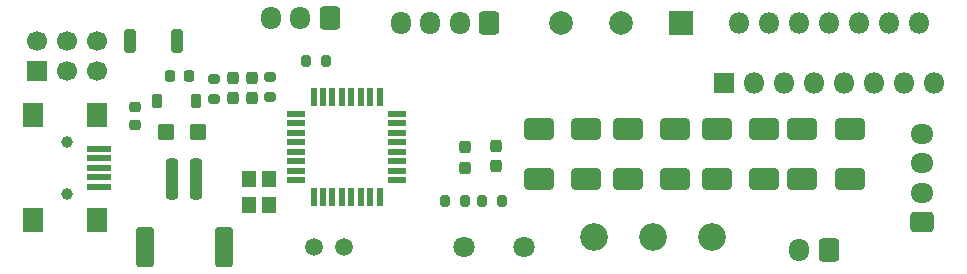
<source format=gbr>
%TF.GenerationSoftware,KiCad,Pcbnew,9.0.1*%
%TF.CreationDate,2025-06-20T00:57:14+09:00*%
%TF.ProjectId,NanoV3.3,4e616e6f-5633-42e3-932e-6b696361645f,rev?*%
%TF.SameCoordinates,Original*%
%TF.FileFunction,Soldermask,Top*%
%TF.FilePolarity,Negative*%
%FSLAX46Y46*%
G04 Gerber Fmt 4.6, Leading zero omitted, Abs format (unit mm)*
G04 Created by KiCad (PCBNEW 9.0.1) date 2025-06-20 00:57:14*
%MOMM*%
%LPD*%
G01*
G04 APERTURE LIST*
G04 Aperture macros list*
%AMRoundRect*
0 Rectangle with rounded corners*
0 $1 Rounding radius*
0 $2 $3 $4 $5 $6 $7 $8 $9 X,Y pos of 4 corners*
0 Add a 4 corners polygon primitive as box body*
4,1,4,$2,$3,$4,$5,$6,$7,$8,$9,$2,$3,0*
0 Add four circle primitives for the rounded corners*
1,1,$1+$1,$2,$3*
1,1,$1+$1,$4,$5*
1,1,$1+$1,$6,$7*
1,1,$1+$1,$8,$9*
0 Add four rect primitives between the rounded corners*
20,1,$1+$1,$2,$3,$4,$5,0*
20,1,$1+$1,$4,$5,$6,$7,0*
20,1,$1+$1,$6,$7,$8,$9,0*
20,1,$1+$1,$8,$9,$2,$3,0*%
G04 Aperture macros list end*
%ADD10R,1.200000X1.400000*%
%ADD11RoundRect,0.152400X0.355600X0.838200X-0.355600X0.838200X-0.355600X-0.838200X0.355600X-0.838200X0*%
%ADD12RoundRect,0.237500X-0.237500X0.287500X-0.237500X-0.287500X0.237500X-0.287500X0.237500X0.287500X0*%
%ADD13RoundRect,0.250000X1.000000X0.650000X-1.000000X0.650000X-1.000000X-0.650000X1.000000X-0.650000X0*%
%ADD14RoundRect,0.200000X-0.275000X0.200000X-0.275000X-0.200000X0.275000X-0.200000X0.275000X0.200000X0*%
%ADD15R,1.700000X1.700000*%
%ADD16C,1.700000*%
%ADD17R,2.000000X2.000000*%
%ADD18C,2.000000*%
%ADD19RoundRect,0.200000X-0.200000X-0.275000X0.200000X-0.275000X0.200000X0.275000X-0.200000X0.275000X0*%
%ADD20RoundRect,0.250000X-1.000000X-0.650000X1.000000X-0.650000X1.000000X0.650000X-1.000000X0.650000X0*%
%ADD21RoundRect,0.250000X-0.250000X-1.500000X0.250000X-1.500000X0.250000X1.500000X-0.250000X1.500000X0*%
%ADD22RoundRect,0.250001X-0.499999X-1.449999X0.499999X-1.449999X0.499999X1.449999X-0.499999X1.449999X0*%
%ADD23RoundRect,0.250000X0.600000X0.725000X-0.600000X0.725000X-0.600000X-0.725000X0.600000X-0.725000X0*%
%ADD24O,1.700000X1.950000*%
%ADD25R,1.600000X0.550000*%
%ADD26R,0.550000X1.600000*%
%ADD27RoundRect,0.250000X-0.457500X-0.445000X0.457500X-0.445000X0.457500X0.445000X-0.457500X0.445000X0*%
%ADD28RoundRect,0.250000X0.725000X-0.600000X0.725000X0.600000X-0.725000X0.600000X-0.725000X-0.600000X0*%
%ADD29O,1.950000X1.700000*%
%ADD30C,1.500000*%
%ADD31C,1.800000*%
%ADD32C,1.000000*%
%ADD33R,2.000000X0.500000*%
%ADD34R,1.700000X2.000000*%
%ADD35RoundRect,0.225000X0.225000X0.250000X-0.225000X0.250000X-0.225000X-0.250000X0.225000X-0.250000X0*%
%ADD36RoundRect,0.225000X0.225000X0.375000X-0.225000X0.375000X-0.225000X-0.375000X0.225000X-0.375000X0*%
%ADD37RoundRect,0.225000X0.250000X-0.225000X0.250000X0.225000X-0.250000X0.225000X-0.250000X-0.225000X0*%
%ADD38R,1.800000X1.800000*%
%ADD39O,1.800000X1.800000*%
%ADD40C,2.340000*%
G04 APERTURE END LIST*
D10*
%TO.C,Y4*%
X107850000Y-125400000D03*
X107850000Y-123200000D03*
X106150000Y-123200000D03*
X106150000Y-125400000D03*
%TD*%
D11*
%TO.C,SW1*%
X100040000Y-111500000D03*
X96039500Y-111500000D03*
%TD*%
D12*
%TO.C,D6*%
X106400000Y-114625000D03*
X106400000Y-116375000D03*
%TD*%
D13*
%TO.C,D2*%
X134717500Y-123250000D03*
X130717500Y-123250000D03*
%TD*%
D14*
%TO.C,R15*%
X107900000Y-114575000D03*
X107900000Y-116225000D03*
%TD*%
D15*
%TO.C,J2*%
X88170000Y-114060000D03*
D16*
X88170000Y-111520000D03*
X90710000Y-114060000D03*
X90710000Y-111520000D03*
X93250000Y-114060000D03*
X93250000Y-111520000D03*
%TD*%
D17*
%TO.C,SW6*%
X142750000Y-110000000D03*
D18*
X137670000Y-110000000D03*
X132590000Y-110000000D03*
%TD*%
D19*
%TO.C,R16*%
X125875000Y-125100000D03*
X127525000Y-125100000D03*
%TD*%
D20*
%TO.C,D12*%
X145750000Y-123250000D03*
X149750000Y-123250000D03*
%TD*%
D21*
%TO.C,J6*%
X99650000Y-123250000D03*
X101650000Y-123250000D03*
D22*
X97300000Y-129000000D03*
X104000000Y-129000000D03*
%TD*%
D23*
%TO.C,CN12*%
X113000000Y-109600000D03*
D24*
X110500000Y-109600000D03*
X108000000Y-109600000D03*
%TD*%
D20*
%TO.C,D3*%
X138228333Y-123250000D03*
X142228333Y-123250000D03*
%TD*%
%TO.C,D5*%
X138228333Y-118980000D03*
X142228333Y-118980000D03*
%TD*%
D13*
%TO.C,D13*%
X149750000Y-119000000D03*
X145750000Y-119000000D03*
%TD*%
D25*
%TO.C,U4*%
X110160000Y-117700000D03*
X110160000Y-118500000D03*
X110160000Y-119300000D03*
X110160000Y-120100000D03*
X110160000Y-120900000D03*
X110160000Y-121700000D03*
X110160000Y-122500000D03*
X110160000Y-123300000D03*
D26*
X111610000Y-124750000D03*
X112410000Y-124750000D03*
X113210000Y-124750000D03*
X114010000Y-124750000D03*
X114810000Y-124750000D03*
X115610000Y-124750000D03*
X116410000Y-124750000D03*
X117210000Y-124750000D03*
D25*
X118660000Y-123300000D03*
X118660000Y-122500000D03*
X118660000Y-121700000D03*
X118660000Y-120900000D03*
X118660000Y-120100000D03*
X118660000Y-119300000D03*
X118660000Y-118500000D03*
X118660000Y-117700000D03*
D26*
X117210000Y-116250000D03*
X116410000Y-116250000D03*
X115610000Y-116250000D03*
X114810000Y-116250000D03*
X114010000Y-116250000D03*
X113210000Y-116250000D03*
X112410000Y-116250000D03*
X111610000Y-116250000D03*
%TD*%
D23*
%TO.C,J8*%
X155250000Y-129250000D03*
D24*
X152750000Y-129250000D03*
%TD*%
D27*
%TO.C,C6*%
X99147500Y-119250000D03*
X101852500Y-119250000D03*
%TD*%
D13*
%TO.C,D14*%
X157000000Y-123250000D03*
X153000000Y-123250000D03*
%TD*%
D28*
%TO.C,J3*%
X163160000Y-126870000D03*
D29*
X163160000Y-124370000D03*
X163160000Y-121870000D03*
X163160000Y-119370000D03*
%TD*%
D12*
%TO.C,D8*%
X124430000Y-120525000D03*
X124430000Y-122275000D03*
%TD*%
D20*
%TO.C,D11*%
X153000000Y-119000000D03*
X157000000Y-119000000D03*
%TD*%
D30*
%TO.C,K6*%
X111610000Y-128950000D03*
X114150000Y-128950000D03*
D31*
X124310000Y-128950000D03*
X129390000Y-128950000D03*
%TD*%
D19*
%TO.C,R1*%
X110975000Y-113250000D03*
X112625000Y-113250000D03*
%TD*%
D23*
%TO.C,J5*%
X126500000Y-110000000D03*
D24*
X124000000Y-110000000D03*
X121500000Y-110000000D03*
X119000000Y-110000000D03*
%TD*%
D19*
%TO.C,R17*%
X122775000Y-125100000D03*
X124425000Y-125100000D03*
%TD*%
D32*
%TO.C,J1*%
X90715000Y-120070000D03*
X90715000Y-124470000D03*
D33*
X93415000Y-120670000D03*
X93415000Y-121470000D03*
X93415000Y-122270000D03*
X93415000Y-123070000D03*
X93415000Y-123870000D03*
D34*
X93315000Y-117820000D03*
X87865000Y-117820000D03*
X93315000Y-126720000D03*
X87865000Y-126720000D03*
%TD*%
D35*
%TO.C,C3*%
X101025000Y-114500000D03*
X99475000Y-114500000D03*
%TD*%
D12*
%TO.C,D1*%
X104800000Y-114625000D03*
X104800000Y-116375000D03*
%TD*%
D36*
%TO.C,D9*%
X101650000Y-116600000D03*
X98350000Y-116600000D03*
%TD*%
D37*
%TO.C,C7*%
X96510000Y-118645000D03*
X96510000Y-117095000D03*
%TD*%
D38*
%TO.C,U2*%
X146340000Y-115080000D03*
D39*
X147610000Y-110000000D03*
X148880000Y-115080000D03*
X150150000Y-110000000D03*
X151420000Y-115080000D03*
X152690000Y-110000000D03*
X153960000Y-115080000D03*
X155230000Y-110000000D03*
X156500000Y-115080000D03*
X157770000Y-110000000D03*
X159040000Y-115080000D03*
X160310000Y-110000000D03*
X161580000Y-115080000D03*
X162850000Y-110000000D03*
X164120000Y-115080000D03*
%TD*%
D12*
%TO.C,D7*%
X127090000Y-120375000D03*
X127090000Y-122125000D03*
%TD*%
D13*
%TO.C,D4*%
X134672500Y-118980000D03*
X130672500Y-118980000D03*
%TD*%
D14*
%TO.C,R14*%
X103200000Y-114775000D03*
X103200000Y-116425000D03*
%TD*%
D40*
%TO.C,RV1*%
X135330000Y-128080000D03*
X140330000Y-128080000D03*
X145330000Y-128080000D03*
%TD*%
M02*

</source>
